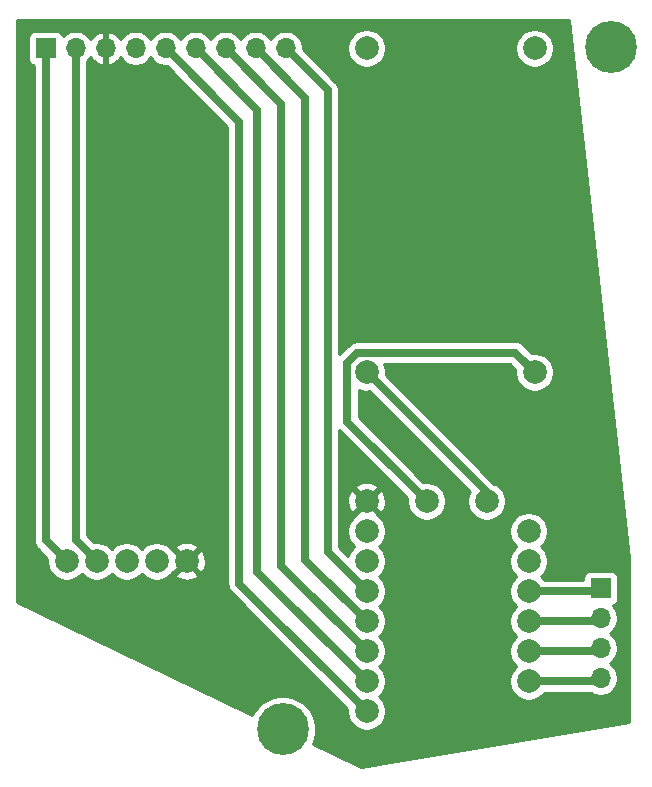
<source format=gbr>
G04 #@! TF.GenerationSoftware,KiCad,Pcbnew,(5.1.5)-3*
G04 #@! TF.CreationDate,2020-02-27T11:18:57-07:00*
G04 #@! TF.ProjectId,matildaboard,6d617469-6c64-4616-926f-6172642e6b69,rev?*
G04 #@! TF.SameCoordinates,Original*
G04 #@! TF.FileFunction,Copper,L1,Top*
G04 #@! TF.FilePolarity,Positive*
%FSLAX46Y46*%
G04 Gerber Fmt 4.6, Leading zero omitted, Abs format (unit mm)*
G04 Created by KiCad (PCBNEW (5.1.5)-3) date 2020-02-27 11:18:57*
%MOMM*%
%LPD*%
G04 APERTURE LIST*
%ADD10C,0.700000*%
%ADD11C,4.400000*%
%ADD12C,2.000000*%
%ADD13R,1.700000X1.700000*%
%ADD14O,1.700000X1.700000*%
%ADD15C,0.700000*%
%ADD16C,0.254000*%
G04 APERTURE END LIST*
D10*
X141882726Y-106021274D03*
X140716000Y-105538000D03*
X139549274Y-106021274D03*
X139066000Y-107188000D03*
X139549274Y-108354726D03*
X140716000Y-108838000D03*
X141882726Y-108354726D03*
X142366000Y-107188000D03*
D11*
X140716000Y-107188000D03*
D10*
X169695726Y-48236274D03*
X168529000Y-47753000D03*
X167362274Y-48236274D03*
X166879000Y-49403000D03*
X167362274Y-50569726D03*
X168529000Y-51053000D03*
X169695726Y-50569726D03*
X170179000Y-49403000D03*
D11*
X168529000Y-49403000D03*
D12*
X147828000Y-87884000D03*
X147828000Y-90424000D03*
X147828000Y-92964000D03*
X147828000Y-95504000D03*
X147828000Y-98044000D03*
X147828000Y-100584000D03*
X147828000Y-103124000D03*
X147828000Y-105664000D03*
X161544000Y-103124000D03*
X161544000Y-100584000D03*
X161544000Y-98044000D03*
X161544000Y-95504000D03*
X161544000Y-92964000D03*
X161544000Y-90424000D03*
X157988000Y-87884000D03*
X152908000Y-87884000D03*
D13*
X120650000Y-49530000D03*
D14*
X123190000Y-49530000D03*
X125730000Y-49530000D03*
X128270000Y-49530000D03*
X130810000Y-49530000D03*
X133350000Y-49530000D03*
X135890000Y-49530000D03*
X138430000Y-49530000D03*
X140970000Y-49530000D03*
D13*
X167640000Y-95250000D03*
D14*
X167640000Y-97790000D03*
X167640000Y-100330000D03*
X167640000Y-102870000D03*
D12*
X132588000Y-92964000D03*
X130048000Y-92964000D03*
X127508000Y-92964000D03*
X124968000Y-92964000D03*
X122428000Y-92964000D03*
X147828000Y-49530000D03*
X162052000Y-49530000D03*
X147828000Y-76962000D03*
X162052000Y-76962000D03*
D15*
X144526000Y-53086000D02*
X140970000Y-49530000D01*
X147828000Y-95504000D02*
X144526000Y-92202000D01*
X144526000Y-92202000D02*
X144526000Y-53086000D01*
X142621000Y-53721000D02*
X138430000Y-49530000D01*
X147828000Y-98044000D02*
X142621000Y-92837000D01*
X142621000Y-92837000D02*
X142621000Y-53721000D01*
X140589000Y-54229000D02*
X135890000Y-49530000D01*
X147828000Y-100584000D02*
X140589000Y-93345000D01*
X140589000Y-93345000D02*
X140589000Y-54229000D01*
X138557000Y-54737000D02*
X133350000Y-49530000D01*
X147828000Y-103124000D02*
X138557000Y-93853000D01*
X138557000Y-93853000D02*
X138557000Y-54737000D01*
X137033000Y-55753000D02*
X130810000Y-49530000D01*
X147828000Y-105664000D02*
X137033000Y-94869000D01*
X137033000Y-94869000D02*
X137033000Y-55753000D01*
X167386000Y-103124000D02*
X167640000Y-102870000D01*
X161544000Y-103124000D02*
X167386000Y-103124000D01*
X167386000Y-100584000D02*
X167640000Y-100330000D01*
X161544000Y-100584000D02*
X167386000Y-100584000D01*
X167386000Y-98044000D02*
X167640000Y-97790000D01*
X161544000Y-98044000D02*
X167386000Y-98044000D01*
X167386000Y-95504000D02*
X167640000Y-95250000D01*
X161544000Y-95504000D02*
X167386000Y-95504000D01*
X120650000Y-91186000D02*
X122428000Y-92964000D01*
X120650000Y-49530000D02*
X120650000Y-91186000D01*
X123190000Y-91186000D02*
X124968000Y-92964000D01*
X123190000Y-49530000D02*
X123190000Y-91186000D01*
X157988000Y-87122000D02*
X157988000Y-87884000D01*
X147828000Y-76962000D02*
X157988000Y-87122000D01*
X151908001Y-86884001D02*
X152908000Y-87884000D01*
X146177999Y-81153999D02*
X151908001Y-86884001D01*
X147035999Y-75311999D02*
X146177999Y-76169999D01*
X146177999Y-76169999D02*
X146177999Y-81153999D01*
X160401999Y-75311999D02*
X147035999Y-75311999D01*
X162052000Y-76962000D02*
X160401999Y-75311999D01*
D16*
G36*
X170053000Y-92717032D02*
G01*
X170053000Y-106572415D01*
X147338646Y-110358140D01*
X143276238Y-108415249D01*
X143442052Y-108014939D01*
X143551000Y-107467223D01*
X143551000Y-106908777D01*
X143442052Y-106361061D01*
X143228344Y-105845124D01*
X142918088Y-105380793D01*
X142523207Y-104985912D01*
X142058876Y-104675656D01*
X141542939Y-104461948D01*
X140995223Y-104353000D01*
X140436777Y-104353000D01*
X139889061Y-104461948D01*
X139373124Y-104675656D01*
X138908793Y-104985912D01*
X138513912Y-105380793D01*
X138203656Y-105845124D01*
X138153834Y-105965404D01*
X118237000Y-96439962D01*
X118237000Y-48680000D01*
X119161928Y-48680000D01*
X119161928Y-50380000D01*
X119174188Y-50504482D01*
X119210498Y-50624180D01*
X119269463Y-50734494D01*
X119348815Y-50831185D01*
X119445506Y-50910537D01*
X119555820Y-50969502D01*
X119665000Y-51002621D01*
X119665001Y-91137610D01*
X119660235Y-91186000D01*
X119679253Y-91379093D01*
X119735576Y-91564766D01*
X119735577Y-91564767D01*
X119827041Y-91735884D01*
X119950131Y-91885870D01*
X119987711Y-91916711D01*
X120806433Y-92735434D01*
X120793000Y-92802967D01*
X120793000Y-93125033D01*
X120855832Y-93440912D01*
X120979082Y-93738463D01*
X121158013Y-94006252D01*
X121385748Y-94233987D01*
X121653537Y-94412918D01*
X121951088Y-94536168D01*
X122266967Y-94599000D01*
X122589033Y-94599000D01*
X122904912Y-94536168D01*
X123202463Y-94412918D01*
X123470252Y-94233987D01*
X123697987Y-94006252D01*
X123698000Y-94006233D01*
X123698013Y-94006252D01*
X123925748Y-94233987D01*
X124193537Y-94412918D01*
X124491088Y-94536168D01*
X124806967Y-94599000D01*
X125129033Y-94599000D01*
X125444912Y-94536168D01*
X125742463Y-94412918D01*
X126010252Y-94233987D01*
X126237987Y-94006252D01*
X126238000Y-94006233D01*
X126238013Y-94006252D01*
X126465748Y-94233987D01*
X126733537Y-94412918D01*
X127031088Y-94536168D01*
X127346967Y-94599000D01*
X127669033Y-94599000D01*
X127984912Y-94536168D01*
X128282463Y-94412918D01*
X128550252Y-94233987D01*
X128777987Y-94006252D01*
X128778000Y-94006233D01*
X128778013Y-94006252D01*
X129005748Y-94233987D01*
X129273537Y-94412918D01*
X129571088Y-94536168D01*
X129886967Y-94599000D01*
X130209033Y-94599000D01*
X130524912Y-94536168D01*
X130822463Y-94412918D01*
X131090252Y-94233987D01*
X131224826Y-94099413D01*
X131632192Y-94099413D01*
X131727956Y-94363814D01*
X132017571Y-94504704D01*
X132329108Y-94586384D01*
X132650595Y-94605718D01*
X132969675Y-94561961D01*
X133274088Y-94456795D01*
X133448044Y-94363814D01*
X133543808Y-94099413D01*
X132588000Y-93143605D01*
X131632192Y-94099413D01*
X131224826Y-94099413D01*
X131317987Y-94006252D01*
X131390720Y-93897400D01*
X131452587Y-93919808D01*
X132408395Y-92964000D01*
X132767605Y-92964000D01*
X133723413Y-93919808D01*
X133987814Y-93824044D01*
X134128704Y-93534429D01*
X134210384Y-93222892D01*
X134229718Y-92901405D01*
X134185961Y-92582325D01*
X134080795Y-92277912D01*
X133987814Y-92103956D01*
X133723413Y-92008192D01*
X132767605Y-92964000D01*
X132408395Y-92964000D01*
X131452587Y-92008192D01*
X131390720Y-92030600D01*
X131317987Y-91921748D01*
X131224826Y-91828587D01*
X131632192Y-91828587D01*
X132588000Y-92784395D01*
X133543808Y-91828587D01*
X133448044Y-91564186D01*
X133158429Y-91423296D01*
X132846892Y-91341616D01*
X132525405Y-91322282D01*
X132206325Y-91366039D01*
X131901912Y-91471205D01*
X131727956Y-91564186D01*
X131632192Y-91828587D01*
X131224826Y-91828587D01*
X131090252Y-91694013D01*
X130822463Y-91515082D01*
X130524912Y-91391832D01*
X130209033Y-91329000D01*
X129886967Y-91329000D01*
X129571088Y-91391832D01*
X129273537Y-91515082D01*
X129005748Y-91694013D01*
X128778013Y-91921748D01*
X128778000Y-91921767D01*
X128777987Y-91921748D01*
X128550252Y-91694013D01*
X128282463Y-91515082D01*
X127984912Y-91391832D01*
X127669033Y-91329000D01*
X127346967Y-91329000D01*
X127031088Y-91391832D01*
X126733537Y-91515082D01*
X126465748Y-91694013D01*
X126238013Y-91921748D01*
X126238000Y-91921767D01*
X126237987Y-91921748D01*
X126010252Y-91694013D01*
X125742463Y-91515082D01*
X125444912Y-91391832D01*
X125129033Y-91329000D01*
X124806967Y-91329000D01*
X124739434Y-91342433D01*
X124175000Y-90778000D01*
X124175000Y-50645107D01*
X124343475Y-50476632D01*
X124465195Y-50294466D01*
X124534822Y-50411355D01*
X124729731Y-50627588D01*
X124963080Y-50801641D01*
X125225901Y-50926825D01*
X125373110Y-50971476D01*
X125603000Y-50850155D01*
X125603000Y-49657000D01*
X125583000Y-49657000D01*
X125583000Y-49403000D01*
X125603000Y-49403000D01*
X125603000Y-48209845D01*
X125857000Y-48209845D01*
X125857000Y-49403000D01*
X125877000Y-49403000D01*
X125877000Y-49657000D01*
X125857000Y-49657000D01*
X125857000Y-50850155D01*
X126086890Y-50971476D01*
X126234099Y-50926825D01*
X126496920Y-50801641D01*
X126730269Y-50627588D01*
X126925178Y-50411355D01*
X126994805Y-50294466D01*
X127116525Y-50476632D01*
X127323368Y-50683475D01*
X127566589Y-50845990D01*
X127836842Y-50957932D01*
X128123740Y-51015000D01*
X128416260Y-51015000D01*
X128703158Y-50957932D01*
X128973411Y-50845990D01*
X129216632Y-50683475D01*
X129423475Y-50476632D01*
X129540000Y-50302240D01*
X129656525Y-50476632D01*
X129863368Y-50683475D01*
X130106589Y-50845990D01*
X130376842Y-50957932D01*
X130663740Y-51015000D01*
X130902000Y-51015000D01*
X136048001Y-56161002D01*
X136048000Y-94820620D01*
X136043235Y-94869000D01*
X136048000Y-94917379D01*
X136062253Y-95062093D01*
X136118576Y-95247766D01*
X136210040Y-95418884D01*
X136333130Y-95568870D01*
X136370716Y-95599716D01*
X146206433Y-105435433D01*
X146193000Y-105502967D01*
X146193000Y-105825033D01*
X146255832Y-106140912D01*
X146379082Y-106438463D01*
X146558013Y-106706252D01*
X146785748Y-106933987D01*
X147053537Y-107112918D01*
X147351088Y-107236168D01*
X147666967Y-107299000D01*
X147989033Y-107299000D01*
X148304912Y-107236168D01*
X148602463Y-107112918D01*
X148870252Y-106933987D01*
X149097987Y-106706252D01*
X149276918Y-106438463D01*
X149400168Y-106140912D01*
X149463000Y-105825033D01*
X149463000Y-105502967D01*
X149400168Y-105187088D01*
X149276918Y-104889537D01*
X149097987Y-104621748D01*
X148870252Y-104394013D01*
X148870233Y-104394000D01*
X148870252Y-104393987D01*
X149097987Y-104166252D01*
X149276918Y-103898463D01*
X149400168Y-103600912D01*
X149463000Y-103285033D01*
X149463000Y-102962967D01*
X149400168Y-102647088D01*
X149276918Y-102349537D01*
X149097987Y-102081748D01*
X148870252Y-101854013D01*
X148870233Y-101854000D01*
X148870252Y-101853987D01*
X149097987Y-101626252D01*
X149276918Y-101358463D01*
X149400168Y-101060912D01*
X149463000Y-100745033D01*
X149463000Y-100422967D01*
X149400168Y-100107088D01*
X149276918Y-99809537D01*
X149097987Y-99541748D01*
X148870252Y-99314013D01*
X148870233Y-99314000D01*
X148870252Y-99313987D01*
X149097987Y-99086252D01*
X149276918Y-98818463D01*
X149400168Y-98520912D01*
X149463000Y-98205033D01*
X149463000Y-97882967D01*
X149400168Y-97567088D01*
X149276918Y-97269537D01*
X149097987Y-97001748D01*
X148870252Y-96774013D01*
X148870233Y-96774000D01*
X148870252Y-96773987D01*
X149097987Y-96546252D01*
X149276918Y-96278463D01*
X149400168Y-95980912D01*
X149463000Y-95665033D01*
X149463000Y-95342967D01*
X149400168Y-95027088D01*
X149276918Y-94729537D01*
X149097987Y-94461748D01*
X148870252Y-94234013D01*
X148870233Y-94234000D01*
X148870252Y-94233987D01*
X149097987Y-94006252D01*
X149276918Y-93738463D01*
X149400168Y-93440912D01*
X149463000Y-93125033D01*
X149463000Y-92802967D01*
X149400168Y-92487088D01*
X149276918Y-92189537D01*
X149097987Y-91921748D01*
X148870252Y-91694013D01*
X148870233Y-91694000D01*
X148870252Y-91693987D01*
X149097987Y-91466252D01*
X149276918Y-91198463D01*
X149400168Y-90900912D01*
X149463000Y-90585033D01*
X149463000Y-90262967D01*
X159909000Y-90262967D01*
X159909000Y-90585033D01*
X159971832Y-90900912D01*
X160095082Y-91198463D01*
X160274013Y-91466252D01*
X160501748Y-91693987D01*
X160501767Y-91694000D01*
X160501748Y-91694013D01*
X160274013Y-91921748D01*
X160095082Y-92189537D01*
X159971832Y-92487088D01*
X159909000Y-92802967D01*
X159909000Y-93125033D01*
X159971832Y-93440912D01*
X160095082Y-93738463D01*
X160274013Y-94006252D01*
X160501748Y-94233987D01*
X160501767Y-94234000D01*
X160501748Y-94234013D01*
X160274013Y-94461748D01*
X160095082Y-94729537D01*
X159971832Y-95027088D01*
X159909000Y-95342967D01*
X159909000Y-95665033D01*
X159971832Y-95980912D01*
X160095082Y-96278463D01*
X160274013Y-96546252D01*
X160501748Y-96773987D01*
X160501767Y-96774000D01*
X160501748Y-96774013D01*
X160274013Y-97001748D01*
X160095082Y-97269537D01*
X159971832Y-97567088D01*
X159909000Y-97882967D01*
X159909000Y-98205033D01*
X159971832Y-98520912D01*
X160095082Y-98818463D01*
X160274013Y-99086252D01*
X160501748Y-99313987D01*
X160501767Y-99314000D01*
X160501748Y-99314013D01*
X160274013Y-99541748D01*
X160095082Y-99809537D01*
X159971832Y-100107088D01*
X159909000Y-100422967D01*
X159909000Y-100745033D01*
X159971832Y-101060912D01*
X160095082Y-101358463D01*
X160274013Y-101626252D01*
X160501748Y-101853987D01*
X160501767Y-101854000D01*
X160501748Y-101854013D01*
X160274013Y-102081748D01*
X160095082Y-102349537D01*
X159971832Y-102647088D01*
X159909000Y-102962967D01*
X159909000Y-103285033D01*
X159971832Y-103600912D01*
X160095082Y-103898463D01*
X160274013Y-104166252D01*
X160501748Y-104393987D01*
X160769537Y-104572918D01*
X161067088Y-104696168D01*
X161382967Y-104759000D01*
X161705033Y-104759000D01*
X162020912Y-104696168D01*
X162318463Y-104572918D01*
X162586252Y-104393987D01*
X162813987Y-104166252D01*
X162852242Y-104109000D01*
X166821365Y-104109000D01*
X166936589Y-104185990D01*
X167206842Y-104297932D01*
X167493740Y-104355000D01*
X167786260Y-104355000D01*
X168073158Y-104297932D01*
X168343411Y-104185990D01*
X168586632Y-104023475D01*
X168793475Y-103816632D01*
X168955990Y-103573411D01*
X169067932Y-103303158D01*
X169125000Y-103016260D01*
X169125000Y-102723740D01*
X169067932Y-102436842D01*
X168955990Y-102166589D01*
X168793475Y-101923368D01*
X168586632Y-101716525D01*
X168412240Y-101600000D01*
X168586632Y-101483475D01*
X168793475Y-101276632D01*
X168955990Y-101033411D01*
X169067932Y-100763158D01*
X169125000Y-100476260D01*
X169125000Y-100183740D01*
X169067932Y-99896842D01*
X168955990Y-99626589D01*
X168793475Y-99383368D01*
X168586632Y-99176525D01*
X168412240Y-99060000D01*
X168586632Y-98943475D01*
X168793475Y-98736632D01*
X168955990Y-98493411D01*
X169067932Y-98223158D01*
X169125000Y-97936260D01*
X169125000Y-97643740D01*
X169067932Y-97356842D01*
X168955990Y-97086589D01*
X168793475Y-96843368D01*
X168661620Y-96711513D01*
X168734180Y-96689502D01*
X168844494Y-96630537D01*
X168941185Y-96551185D01*
X169020537Y-96454494D01*
X169079502Y-96344180D01*
X169115812Y-96224482D01*
X169128072Y-96100000D01*
X169128072Y-94400000D01*
X169115812Y-94275518D01*
X169079502Y-94155820D01*
X169020537Y-94045506D01*
X168941185Y-93948815D01*
X168844494Y-93869463D01*
X168734180Y-93810498D01*
X168614482Y-93774188D01*
X168490000Y-93761928D01*
X166790000Y-93761928D01*
X166665518Y-93774188D01*
X166545820Y-93810498D01*
X166435506Y-93869463D01*
X166338815Y-93948815D01*
X166259463Y-94045506D01*
X166200498Y-94155820D01*
X166164188Y-94275518D01*
X166151928Y-94400000D01*
X166151928Y-94519000D01*
X162852242Y-94519000D01*
X162813987Y-94461748D01*
X162586252Y-94234013D01*
X162586233Y-94234000D01*
X162586252Y-94233987D01*
X162813987Y-94006252D01*
X162992918Y-93738463D01*
X163116168Y-93440912D01*
X163179000Y-93125033D01*
X163179000Y-92802967D01*
X163116168Y-92487088D01*
X162992918Y-92189537D01*
X162813987Y-91921748D01*
X162586252Y-91694013D01*
X162586233Y-91694000D01*
X162586252Y-91693987D01*
X162813987Y-91466252D01*
X162992918Y-91198463D01*
X163116168Y-90900912D01*
X163179000Y-90585033D01*
X163179000Y-90262967D01*
X163116168Y-89947088D01*
X162992918Y-89649537D01*
X162813987Y-89381748D01*
X162586252Y-89154013D01*
X162318463Y-88975082D01*
X162020912Y-88851832D01*
X161705033Y-88789000D01*
X161382967Y-88789000D01*
X161067088Y-88851832D01*
X160769537Y-88975082D01*
X160501748Y-89154013D01*
X160274013Y-89381748D01*
X160095082Y-89649537D01*
X159971832Y-89947088D01*
X159909000Y-90262967D01*
X149463000Y-90262967D01*
X149400168Y-89947088D01*
X149276918Y-89649537D01*
X149097987Y-89381748D01*
X148870252Y-89154013D01*
X148761400Y-89081280D01*
X148783808Y-89019413D01*
X147828000Y-88063605D01*
X146872192Y-89019413D01*
X146894600Y-89081280D01*
X146785748Y-89154013D01*
X146558013Y-89381748D01*
X146379082Y-89649537D01*
X146255832Y-89947088D01*
X146193000Y-90262967D01*
X146193000Y-90585033D01*
X146255832Y-90900912D01*
X146379082Y-91198463D01*
X146558013Y-91466252D01*
X146785748Y-91693987D01*
X146785767Y-91694000D01*
X146785748Y-91694013D01*
X146558013Y-91921748D01*
X146379082Y-92189537D01*
X146255832Y-92487088D01*
X146247247Y-92530247D01*
X145511000Y-91794000D01*
X145511000Y-87946595D01*
X146186282Y-87946595D01*
X146230039Y-88265675D01*
X146335205Y-88570088D01*
X146428186Y-88744044D01*
X146692587Y-88839808D01*
X147648395Y-87884000D01*
X148007605Y-87884000D01*
X148963413Y-88839808D01*
X149227814Y-88744044D01*
X149368704Y-88454429D01*
X149450384Y-88142892D01*
X149469718Y-87821405D01*
X149425961Y-87502325D01*
X149320795Y-87197912D01*
X149227814Y-87023956D01*
X148963413Y-86928192D01*
X148007605Y-87884000D01*
X147648395Y-87884000D01*
X146692587Y-86928192D01*
X146428186Y-87023956D01*
X146287296Y-87313571D01*
X146205616Y-87625108D01*
X146186282Y-87946595D01*
X145511000Y-87946595D01*
X145511000Y-86748587D01*
X146872192Y-86748587D01*
X147828000Y-87704395D01*
X148783808Y-86748587D01*
X148688044Y-86484186D01*
X148398429Y-86343296D01*
X148086892Y-86261616D01*
X147765405Y-86242282D01*
X147446325Y-86286039D01*
X147141912Y-86391205D01*
X146967956Y-86484186D01*
X146872192Y-86748587D01*
X145511000Y-86748587D01*
X145511000Y-81880845D01*
X145515710Y-81884710D01*
X151245710Y-87614711D01*
X151245716Y-87614716D01*
X151286433Y-87655433D01*
X151273000Y-87722967D01*
X151273000Y-88045033D01*
X151335832Y-88360912D01*
X151459082Y-88658463D01*
X151638013Y-88926252D01*
X151865748Y-89153987D01*
X152133537Y-89332918D01*
X152431088Y-89456168D01*
X152746967Y-89519000D01*
X153069033Y-89519000D01*
X153384912Y-89456168D01*
X153682463Y-89332918D01*
X153950252Y-89153987D01*
X154177987Y-88926252D01*
X154356918Y-88658463D01*
X154480168Y-88360912D01*
X154543000Y-88045033D01*
X154543000Y-87722967D01*
X154480168Y-87407088D01*
X154356918Y-87109537D01*
X154177987Y-86841748D01*
X153950252Y-86614013D01*
X153682463Y-86435082D01*
X153384912Y-86311832D01*
X153069033Y-86249000D01*
X152746967Y-86249000D01*
X152679433Y-86262433D01*
X152638716Y-86221716D01*
X152638711Y-86221710D01*
X147162999Y-80745999D01*
X147162999Y-78456259D01*
X147351088Y-78534168D01*
X147666967Y-78597000D01*
X147989033Y-78597000D01*
X148056567Y-78583567D01*
X156556487Y-87083488D01*
X156539082Y-87109537D01*
X156415832Y-87407088D01*
X156353000Y-87722967D01*
X156353000Y-88045033D01*
X156415832Y-88360912D01*
X156539082Y-88658463D01*
X156718013Y-88926252D01*
X156945748Y-89153987D01*
X157213537Y-89332918D01*
X157511088Y-89456168D01*
X157826967Y-89519000D01*
X158149033Y-89519000D01*
X158464912Y-89456168D01*
X158762463Y-89332918D01*
X159030252Y-89153987D01*
X159257987Y-88926252D01*
X159436918Y-88658463D01*
X159560168Y-88360912D01*
X159623000Y-88045033D01*
X159623000Y-87722967D01*
X159560168Y-87407088D01*
X159436918Y-87109537D01*
X159257987Y-86841748D01*
X159030252Y-86614013D01*
X158762463Y-86435082D01*
X158645731Y-86386730D01*
X149449567Y-77190567D01*
X149463000Y-77123033D01*
X149463000Y-76800967D01*
X149400168Y-76485088D01*
X149322259Y-76296999D01*
X159993999Y-76296999D01*
X160430433Y-76733434D01*
X160417000Y-76800967D01*
X160417000Y-77123033D01*
X160479832Y-77438912D01*
X160603082Y-77736463D01*
X160782013Y-78004252D01*
X161009748Y-78231987D01*
X161277537Y-78410918D01*
X161575088Y-78534168D01*
X161890967Y-78597000D01*
X162213033Y-78597000D01*
X162528912Y-78534168D01*
X162826463Y-78410918D01*
X163094252Y-78231987D01*
X163321987Y-78004252D01*
X163500918Y-77736463D01*
X163624168Y-77438912D01*
X163687000Y-77123033D01*
X163687000Y-76800967D01*
X163624168Y-76485088D01*
X163500918Y-76187537D01*
X163321987Y-75919748D01*
X163094252Y-75692013D01*
X162826463Y-75513082D01*
X162528912Y-75389832D01*
X162213033Y-75327000D01*
X161890967Y-75327000D01*
X161823434Y-75340433D01*
X161132715Y-74649715D01*
X161101869Y-74612129D01*
X160951883Y-74489039D01*
X160780766Y-74397575D01*
X160595093Y-74341252D01*
X160450379Y-74326999D01*
X160401999Y-74322234D01*
X160353619Y-74326999D01*
X147084378Y-74326999D01*
X147035998Y-74322234D01*
X146842904Y-74341252D01*
X146799690Y-74354361D01*
X146657232Y-74397575D01*
X146486115Y-74489039D01*
X146336129Y-74612129D01*
X146305283Y-74649715D01*
X145515715Y-75439283D01*
X145511000Y-75443153D01*
X145511000Y-53134377D01*
X145515765Y-53085999D01*
X145509376Y-53021130D01*
X145496747Y-52892906D01*
X145440424Y-52707233D01*
X145348960Y-52536116D01*
X145225870Y-52386130D01*
X145188284Y-52355284D01*
X142455000Y-49622000D01*
X142455000Y-49383740D01*
X142452062Y-49368967D01*
X146193000Y-49368967D01*
X146193000Y-49691033D01*
X146255832Y-50006912D01*
X146379082Y-50304463D01*
X146558013Y-50572252D01*
X146785748Y-50799987D01*
X147053537Y-50978918D01*
X147351088Y-51102168D01*
X147666967Y-51165000D01*
X147989033Y-51165000D01*
X148304912Y-51102168D01*
X148602463Y-50978918D01*
X148870252Y-50799987D01*
X149097987Y-50572252D01*
X149276918Y-50304463D01*
X149400168Y-50006912D01*
X149463000Y-49691033D01*
X149463000Y-49368967D01*
X160417000Y-49368967D01*
X160417000Y-49691033D01*
X160479832Y-50006912D01*
X160603082Y-50304463D01*
X160782013Y-50572252D01*
X161009748Y-50799987D01*
X161277537Y-50978918D01*
X161575088Y-51102168D01*
X161890967Y-51165000D01*
X162213033Y-51165000D01*
X162528912Y-51102168D01*
X162826463Y-50978918D01*
X163094252Y-50799987D01*
X163321987Y-50572252D01*
X163500918Y-50304463D01*
X163624168Y-50006912D01*
X163687000Y-49691033D01*
X163687000Y-49368967D01*
X163624168Y-49053088D01*
X163500918Y-48755537D01*
X163321987Y-48487748D01*
X163094252Y-48260013D01*
X162826463Y-48081082D01*
X162528912Y-47957832D01*
X162213033Y-47895000D01*
X161890967Y-47895000D01*
X161575088Y-47957832D01*
X161277537Y-48081082D01*
X161009748Y-48260013D01*
X160782013Y-48487748D01*
X160603082Y-48755537D01*
X160479832Y-49053088D01*
X160417000Y-49368967D01*
X149463000Y-49368967D01*
X149400168Y-49053088D01*
X149276918Y-48755537D01*
X149097987Y-48487748D01*
X148870252Y-48260013D01*
X148602463Y-48081082D01*
X148304912Y-47957832D01*
X147989033Y-47895000D01*
X147666967Y-47895000D01*
X147351088Y-47957832D01*
X147053537Y-48081082D01*
X146785748Y-48260013D01*
X146558013Y-48487748D01*
X146379082Y-48755537D01*
X146255832Y-49053088D01*
X146193000Y-49368967D01*
X142452062Y-49368967D01*
X142397932Y-49096842D01*
X142285990Y-48826589D01*
X142123475Y-48583368D01*
X141916632Y-48376525D01*
X141673411Y-48214010D01*
X141403158Y-48102068D01*
X141116260Y-48045000D01*
X140823740Y-48045000D01*
X140536842Y-48102068D01*
X140266589Y-48214010D01*
X140023368Y-48376525D01*
X139816525Y-48583368D01*
X139700000Y-48757760D01*
X139583475Y-48583368D01*
X139376632Y-48376525D01*
X139133411Y-48214010D01*
X138863158Y-48102068D01*
X138576260Y-48045000D01*
X138283740Y-48045000D01*
X137996842Y-48102068D01*
X137726589Y-48214010D01*
X137483368Y-48376525D01*
X137276525Y-48583368D01*
X137160000Y-48757760D01*
X137043475Y-48583368D01*
X136836632Y-48376525D01*
X136593411Y-48214010D01*
X136323158Y-48102068D01*
X136036260Y-48045000D01*
X135743740Y-48045000D01*
X135456842Y-48102068D01*
X135186589Y-48214010D01*
X134943368Y-48376525D01*
X134736525Y-48583368D01*
X134620000Y-48757760D01*
X134503475Y-48583368D01*
X134296632Y-48376525D01*
X134053411Y-48214010D01*
X133783158Y-48102068D01*
X133496260Y-48045000D01*
X133203740Y-48045000D01*
X132916842Y-48102068D01*
X132646589Y-48214010D01*
X132403368Y-48376525D01*
X132196525Y-48583368D01*
X132080000Y-48757760D01*
X131963475Y-48583368D01*
X131756632Y-48376525D01*
X131513411Y-48214010D01*
X131243158Y-48102068D01*
X130956260Y-48045000D01*
X130663740Y-48045000D01*
X130376842Y-48102068D01*
X130106589Y-48214010D01*
X129863368Y-48376525D01*
X129656525Y-48583368D01*
X129540000Y-48757760D01*
X129423475Y-48583368D01*
X129216632Y-48376525D01*
X128973411Y-48214010D01*
X128703158Y-48102068D01*
X128416260Y-48045000D01*
X128123740Y-48045000D01*
X127836842Y-48102068D01*
X127566589Y-48214010D01*
X127323368Y-48376525D01*
X127116525Y-48583368D01*
X126994805Y-48765534D01*
X126925178Y-48648645D01*
X126730269Y-48432412D01*
X126496920Y-48258359D01*
X126234099Y-48133175D01*
X126086890Y-48088524D01*
X125857000Y-48209845D01*
X125603000Y-48209845D01*
X125373110Y-48088524D01*
X125225901Y-48133175D01*
X124963080Y-48258359D01*
X124729731Y-48432412D01*
X124534822Y-48648645D01*
X124465195Y-48765534D01*
X124343475Y-48583368D01*
X124136632Y-48376525D01*
X123893411Y-48214010D01*
X123623158Y-48102068D01*
X123336260Y-48045000D01*
X123043740Y-48045000D01*
X122756842Y-48102068D01*
X122486589Y-48214010D01*
X122243368Y-48376525D01*
X122111513Y-48508380D01*
X122089502Y-48435820D01*
X122030537Y-48325506D01*
X121951185Y-48228815D01*
X121854494Y-48149463D01*
X121744180Y-48090498D01*
X121624482Y-48054188D01*
X121500000Y-48041928D01*
X119800000Y-48041928D01*
X119675518Y-48054188D01*
X119555820Y-48090498D01*
X119445506Y-48149463D01*
X119348815Y-48228815D01*
X119269463Y-48325506D01*
X119210498Y-48435820D01*
X119174188Y-48555518D01*
X119161928Y-48680000D01*
X118237000Y-48680000D01*
X118237000Y-47117000D01*
X164986330Y-47117000D01*
X170053000Y-92717032D01*
G37*
X170053000Y-92717032D02*
X170053000Y-106572415D01*
X147338646Y-110358140D01*
X143276238Y-108415249D01*
X143442052Y-108014939D01*
X143551000Y-107467223D01*
X143551000Y-106908777D01*
X143442052Y-106361061D01*
X143228344Y-105845124D01*
X142918088Y-105380793D01*
X142523207Y-104985912D01*
X142058876Y-104675656D01*
X141542939Y-104461948D01*
X140995223Y-104353000D01*
X140436777Y-104353000D01*
X139889061Y-104461948D01*
X139373124Y-104675656D01*
X138908793Y-104985912D01*
X138513912Y-105380793D01*
X138203656Y-105845124D01*
X138153834Y-105965404D01*
X118237000Y-96439962D01*
X118237000Y-48680000D01*
X119161928Y-48680000D01*
X119161928Y-50380000D01*
X119174188Y-50504482D01*
X119210498Y-50624180D01*
X119269463Y-50734494D01*
X119348815Y-50831185D01*
X119445506Y-50910537D01*
X119555820Y-50969502D01*
X119665000Y-51002621D01*
X119665001Y-91137610D01*
X119660235Y-91186000D01*
X119679253Y-91379093D01*
X119735576Y-91564766D01*
X119735577Y-91564767D01*
X119827041Y-91735884D01*
X119950131Y-91885870D01*
X119987711Y-91916711D01*
X120806433Y-92735434D01*
X120793000Y-92802967D01*
X120793000Y-93125033D01*
X120855832Y-93440912D01*
X120979082Y-93738463D01*
X121158013Y-94006252D01*
X121385748Y-94233987D01*
X121653537Y-94412918D01*
X121951088Y-94536168D01*
X122266967Y-94599000D01*
X122589033Y-94599000D01*
X122904912Y-94536168D01*
X123202463Y-94412918D01*
X123470252Y-94233987D01*
X123697987Y-94006252D01*
X123698000Y-94006233D01*
X123698013Y-94006252D01*
X123925748Y-94233987D01*
X124193537Y-94412918D01*
X124491088Y-94536168D01*
X124806967Y-94599000D01*
X125129033Y-94599000D01*
X125444912Y-94536168D01*
X125742463Y-94412918D01*
X126010252Y-94233987D01*
X126237987Y-94006252D01*
X126238000Y-94006233D01*
X126238013Y-94006252D01*
X126465748Y-94233987D01*
X126733537Y-94412918D01*
X127031088Y-94536168D01*
X127346967Y-94599000D01*
X127669033Y-94599000D01*
X127984912Y-94536168D01*
X128282463Y-94412918D01*
X128550252Y-94233987D01*
X128777987Y-94006252D01*
X128778000Y-94006233D01*
X128778013Y-94006252D01*
X129005748Y-94233987D01*
X129273537Y-94412918D01*
X129571088Y-94536168D01*
X129886967Y-94599000D01*
X130209033Y-94599000D01*
X130524912Y-94536168D01*
X130822463Y-94412918D01*
X131090252Y-94233987D01*
X131224826Y-94099413D01*
X131632192Y-94099413D01*
X131727956Y-94363814D01*
X132017571Y-94504704D01*
X132329108Y-94586384D01*
X132650595Y-94605718D01*
X132969675Y-94561961D01*
X133274088Y-94456795D01*
X133448044Y-94363814D01*
X133543808Y-94099413D01*
X132588000Y-93143605D01*
X131632192Y-94099413D01*
X131224826Y-94099413D01*
X131317987Y-94006252D01*
X131390720Y-93897400D01*
X131452587Y-93919808D01*
X132408395Y-92964000D01*
X132767605Y-92964000D01*
X133723413Y-93919808D01*
X133987814Y-93824044D01*
X134128704Y-93534429D01*
X134210384Y-93222892D01*
X134229718Y-92901405D01*
X134185961Y-92582325D01*
X134080795Y-92277912D01*
X133987814Y-92103956D01*
X133723413Y-92008192D01*
X132767605Y-92964000D01*
X132408395Y-92964000D01*
X131452587Y-92008192D01*
X131390720Y-92030600D01*
X131317987Y-91921748D01*
X131224826Y-91828587D01*
X131632192Y-91828587D01*
X132588000Y-92784395D01*
X133543808Y-91828587D01*
X133448044Y-91564186D01*
X133158429Y-91423296D01*
X132846892Y-91341616D01*
X132525405Y-91322282D01*
X132206325Y-91366039D01*
X131901912Y-91471205D01*
X131727956Y-91564186D01*
X131632192Y-91828587D01*
X131224826Y-91828587D01*
X131090252Y-91694013D01*
X130822463Y-91515082D01*
X130524912Y-91391832D01*
X130209033Y-91329000D01*
X129886967Y-91329000D01*
X129571088Y-91391832D01*
X129273537Y-91515082D01*
X129005748Y-91694013D01*
X128778013Y-91921748D01*
X128778000Y-91921767D01*
X128777987Y-91921748D01*
X128550252Y-91694013D01*
X128282463Y-91515082D01*
X127984912Y-91391832D01*
X127669033Y-91329000D01*
X127346967Y-91329000D01*
X127031088Y-91391832D01*
X126733537Y-91515082D01*
X126465748Y-91694013D01*
X126238013Y-91921748D01*
X126238000Y-91921767D01*
X126237987Y-91921748D01*
X126010252Y-91694013D01*
X125742463Y-91515082D01*
X125444912Y-91391832D01*
X125129033Y-91329000D01*
X124806967Y-91329000D01*
X124739434Y-91342433D01*
X124175000Y-90778000D01*
X124175000Y-50645107D01*
X124343475Y-50476632D01*
X124465195Y-50294466D01*
X124534822Y-50411355D01*
X124729731Y-50627588D01*
X124963080Y-50801641D01*
X125225901Y-50926825D01*
X125373110Y-50971476D01*
X125603000Y-50850155D01*
X125603000Y-49657000D01*
X125583000Y-49657000D01*
X125583000Y-49403000D01*
X125603000Y-49403000D01*
X125603000Y-48209845D01*
X125857000Y-48209845D01*
X125857000Y-49403000D01*
X125877000Y-49403000D01*
X125877000Y-49657000D01*
X125857000Y-49657000D01*
X125857000Y-50850155D01*
X126086890Y-50971476D01*
X126234099Y-50926825D01*
X126496920Y-50801641D01*
X126730269Y-50627588D01*
X126925178Y-50411355D01*
X126994805Y-50294466D01*
X127116525Y-50476632D01*
X127323368Y-50683475D01*
X127566589Y-50845990D01*
X127836842Y-50957932D01*
X128123740Y-51015000D01*
X128416260Y-51015000D01*
X128703158Y-50957932D01*
X128973411Y-50845990D01*
X129216632Y-50683475D01*
X129423475Y-50476632D01*
X129540000Y-50302240D01*
X129656525Y-50476632D01*
X129863368Y-50683475D01*
X130106589Y-50845990D01*
X130376842Y-50957932D01*
X130663740Y-51015000D01*
X130902000Y-51015000D01*
X136048001Y-56161002D01*
X136048000Y-94820620D01*
X136043235Y-94869000D01*
X136048000Y-94917379D01*
X136062253Y-95062093D01*
X136118576Y-95247766D01*
X136210040Y-95418884D01*
X136333130Y-95568870D01*
X136370716Y-95599716D01*
X146206433Y-105435433D01*
X146193000Y-105502967D01*
X146193000Y-105825033D01*
X146255832Y-106140912D01*
X146379082Y-106438463D01*
X146558013Y-106706252D01*
X146785748Y-106933987D01*
X147053537Y-107112918D01*
X147351088Y-107236168D01*
X147666967Y-107299000D01*
X147989033Y-107299000D01*
X148304912Y-107236168D01*
X148602463Y-107112918D01*
X148870252Y-106933987D01*
X149097987Y-106706252D01*
X149276918Y-106438463D01*
X149400168Y-106140912D01*
X149463000Y-105825033D01*
X149463000Y-105502967D01*
X149400168Y-105187088D01*
X149276918Y-104889537D01*
X149097987Y-104621748D01*
X148870252Y-104394013D01*
X148870233Y-104394000D01*
X148870252Y-104393987D01*
X149097987Y-104166252D01*
X149276918Y-103898463D01*
X149400168Y-103600912D01*
X149463000Y-103285033D01*
X149463000Y-102962967D01*
X149400168Y-102647088D01*
X149276918Y-102349537D01*
X149097987Y-102081748D01*
X148870252Y-101854013D01*
X148870233Y-101854000D01*
X148870252Y-101853987D01*
X149097987Y-101626252D01*
X149276918Y-101358463D01*
X149400168Y-101060912D01*
X149463000Y-100745033D01*
X149463000Y-100422967D01*
X149400168Y-100107088D01*
X149276918Y-99809537D01*
X149097987Y-99541748D01*
X148870252Y-99314013D01*
X148870233Y-99314000D01*
X148870252Y-99313987D01*
X149097987Y-99086252D01*
X149276918Y-98818463D01*
X149400168Y-98520912D01*
X149463000Y-98205033D01*
X149463000Y-97882967D01*
X149400168Y-97567088D01*
X149276918Y-97269537D01*
X149097987Y-97001748D01*
X148870252Y-96774013D01*
X148870233Y-96774000D01*
X148870252Y-96773987D01*
X149097987Y-96546252D01*
X149276918Y-96278463D01*
X149400168Y-95980912D01*
X149463000Y-95665033D01*
X149463000Y-95342967D01*
X149400168Y-95027088D01*
X149276918Y-94729537D01*
X149097987Y-94461748D01*
X148870252Y-94234013D01*
X148870233Y-94234000D01*
X148870252Y-94233987D01*
X149097987Y-94006252D01*
X149276918Y-93738463D01*
X149400168Y-93440912D01*
X149463000Y-93125033D01*
X149463000Y-92802967D01*
X149400168Y-92487088D01*
X149276918Y-92189537D01*
X149097987Y-91921748D01*
X148870252Y-91694013D01*
X148870233Y-91694000D01*
X148870252Y-91693987D01*
X149097987Y-91466252D01*
X149276918Y-91198463D01*
X149400168Y-90900912D01*
X149463000Y-90585033D01*
X149463000Y-90262967D01*
X159909000Y-90262967D01*
X159909000Y-90585033D01*
X159971832Y-90900912D01*
X160095082Y-91198463D01*
X160274013Y-91466252D01*
X160501748Y-91693987D01*
X160501767Y-91694000D01*
X160501748Y-91694013D01*
X160274013Y-91921748D01*
X160095082Y-92189537D01*
X159971832Y-92487088D01*
X159909000Y-92802967D01*
X159909000Y-93125033D01*
X159971832Y-93440912D01*
X160095082Y-93738463D01*
X160274013Y-94006252D01*
X160501748Y-94233987D01*
X160501767Y-94234000D01*
X160501748Y-94234013D01*
X160274013Y-94461748D01*
X160095082Y-94729537D01*
X159971832Y-95027088D01*
X159909000Y-95342967D01*
X159909000Y-95665033D01*
X159971832Y-95980912D01*
X160095082Y-96278463D01*
X160274013Y-96546252D01*
X160501748Y-96773987D01*
X160501767Y-96774000D01*
X160501748Y-96774013D01*
X160274013Y-97001748D01*
X160095082Y-97269537D01*
X159971832Y-97567088D01*
X159909000Y-97882967D01*
X159909000Y-98205033D01*
X159971832Y-98520912D01*
X160095082Y-98818463D01*
X160274013Y-99086252D01*
X160501748Y-99313987D01*
X160501767Y-99314000D01*
X160501748Y-99314013D01*
X160274013Y-99541748D01*
X160095082Y-99809537D01*
X159971832Y-100107088D01*
X159909000Y-100422967D01*
X159909000Y-100745033D01*
X159971832Y-101060912D01*
X160095082Y-101358463D01*
X160274013Y-101626252D01*
X160501748Y-101853987D01*
X160501767Y-101854000D01*
X160501748Y-101854013D01*
X160274013Y-102081748D01*
X160095082Y-102349537D01*
X159971832Y-102647088D01*
X159909000Y-102962967D01*
X159909000Y-103285033D01*
X159971832Y-103600912D01*
X160095082Y-103898463D01*
X160274013Y-104166252D01*
X160501748Y-104393987D01*
X160769537Y-104572918D01*
X161067088Y-104696168D01*
X161382967Y-104759000D01*
X161705033Y-104759000D01*
X162020912Y-104696168D01*
X162318463Y-104572918D01*
X162586252Y-104393987D01*
X162813987Y-104166252D01*
X162852242Y-104109000D01*
X166821365Y-104109000D01*
X166936589Y-104185990D01*
X167206842Y-104297932D01*
X167493740Y-104355000D01*
X167786260Y-104355000D01*
X168073158Y-104297932D01*
X168343411Y-104185990D01*
X168586632Y-104023475D01*
X168793475Y-103816632D01*
X168955990Y-103573411D01*
X169067932Y-103303158D01*
X169125000Y-103016260D01*
X169125000Y-102723740D01*
X169067932Y-102436842D01*
X168955990Y-102166589D01*
X168793475Y-101923368D01*
X168586632Y-101716525D01*
X168412240Y-101600000D01*
X168586632Y-101483475D01*
X168793475Y-101276632D01*
X168955990Y-101033411D01*
X169067932Y-100763158D01*
X169125000Y-100476260D01*
X169125000Y-100183740D01*
X169067932Y-99896842D01*
X168955990Y-99626589D01*
X168793475Y-99383368D01*
X168586632Y-99176525D01*
X168412240Y-99060000D01*
X168586632Y-98943475D01*
X168793475Y-98736632D01*
X168955990Y-98493411D01*
X169067932Y-98223158D01*
X169125000Y-97936260D01*
X169125000Y-97643740D01*
X169067932Y-97356842D01*
X168955990Y-97086589D01*
X168793475Y-96843368D01*
X168661620Y-96711513D01*
X168734180Y-96689502D01*
X168844494Y-96630537D01*
X168941185Y-96551185D01*
X169020537Y-96454494D01*
X169079502Y-96344180D01*
X169115812Y-96224482D01*
X169128072Y-96100000D01*
X169128072Y-94400000D01*
X169115812Y-94275518D01*
X169079502Y-94155820D01*
X169020537Y-94045506D01*
X168941185Y-93948815D01*
X168844494Y-93869463D01*
X168734180Y-93810498D01*
X168614482Y-93774188D01*
X168490000Y-93761928D01*
X166790000Y-93761928D01*
X166665518Y-93774188D01*
X166545820Y-93810498D01*
X166435506Y-93869463D01*
X166338815Y-93948815D01*
X166259463Y-94045506D01*
X166200498Y-94155820D01*
X166164188Y-94275518D01*
X166151928Y-94400000D01*
X166151928Y-94519000D01*
X162852242Y-94519000D01*
X162813987Y-94461748D01*
X162586252Y-94234013D01*
X162586233Y-94234000D01*
X162586252Y-94233987D01*
X162813987Y-94006252D01*
X162992918Y-93738463D01*
X163116168Y-93440912D01*
X163179000Y-93125033D01*
X163179000Y-92802967D01*
X163116168Y-92487088D01*
X162992918Y-92189537D01*
X162813987Y-91921748D01*
X162586252Y-91694013D01*
X162586233Y-91694000D01*
X162586252Y-91693987D01*
X162813987Y-91466252D01*
X162992918Y-91198463D01*
X163116168Y-90900912D01*
X163179000Y-90585033D01*
X163179000Y-90262967D01*
X163116168Y-89947088D01*
X162992918Y-89649537D01*
X162813987Y-89381748D01*
X162586252Y-89154013D01*
X162318463Y-88975082D01*
X162020912Y-88851832D01*
X161705033Y-88789000D01*
X161382967Y-88789000D01*
X161067088Y-88851832D01*
X160769537Y-88975082D01*
X160501748Y-89154013D01*
X160274013Y-89381748D01*
X160095082Y-89649537D01*
X159971832Y-89947088D01*
X159909000Y-90262967D01*
X149463000Y-90262967D01*
X149400168Y-89947088D01*
X149276918Y-89649537D01*
X149097987Y-89381748D01*
X148870252Y-89154013D01*
X148761400Y-89081280D01*
X148783808Y-89019413D01*
X147828000Y-88063605D01*
X146872192Y-89019413D01*
X146894600Y-89081280D01*
X146785748Y-89154013D01*
X146558013Y-89381748D01*
X146379082Y-89649537D01*
X146255832Y-89947088D01*
X146193000Y-90262967D01*
X146193000Y-90585033D01*
X146255832Y-90900912D01*
X146379082Y-91198463D01*
X146558013Y-91466252D01*
X146785748Y-91693987D01*
X146785767Y-91694000D01*
X146785748Y-91694013D01*
X146558013Y-91921748D01*
X146379082Y-92189537D01*
X146255832Y-92487088D01*
X146247247Y-92530247D01*
X145511000Y-91794000D01*
X145511000Y-87946595D01*
X146186282Y-87946595D01*
X146230039Y-88265675D01*
X146335205Y-88570088D01*
X146428186Y-88744044D01*
X146692587Y-88839808D01*
X147648395Y-87884000D01*
X148007605Y-87884000D01*
X148963413Y-88839808D01*
X149227814Y-88744044D01*
X149368704Y-88454429D01*
X149450384Y-88142892D01*
X149469718Y-87821405D01*
X149425961Y-87502325D01*
X149320795Y-87197912D01*
X149227814Y-87023956D01*
X148963413Y-86928192D01*
X148007605Y-87884000D01*
X147648395Y-87884000D01*
X146692587Y-86928192D01*
X146428186Y-87023956D01*
X146287296Y-87313571D01*
X146205616Y-87625108D01*
X146186282Y-87946595D01*
X145511000Y-87946595D01*
X145511000Y-86748587D01*
X146872192Y-86748587D01*
X147828000Y-87704395D01*
X148783808Y-86748587D01*
X148688044Y-86484186D01*
X148398429Y-86343296D01*
X148086892Y-86261616D01*
X147765405Y-86242282D01*
X147446325Y-86286039D01*
X147141912Y-86391205D01*
X146967956Y-86484186D01*
X146872192Y-86748587D01*
X145511000Y-86748587D01*
X145511000Y-81880845D01*
X145515710Y-81884710D01*
X151245710Y-87614711D01*
X151245716Y-87614716D01*
X151286433Y-87655433D01*
X151273000Y-87722967D01*
X151273000Y-88045033D01*
X151335832Y-88360912D01*
X151459082Y-88658463D01*
X151638013Y-88926252D01*
X151865748Y-89153987D01*
X152133537Y-89332918D01*
X152431088Y-89456168D01*
X152746967Y-89519000D01*
X153069033Y-89519000D01*
X153384912Y-89456168D01*
X153682463Y-89332918D01*
X153950252Y-89153987D01*
X154177987Y-88926252D01*
X154356918Y-88658463D01*
X154480168Y-88360912D01*
X154543000Y-88045033D01*
X154543000Y-87722967D01*
X154480168Y-87407088D01*
X154356918Y-87109537D01*
X154177987Y-86841748D01*
X153950252Y-86614013D01*
X153682463Y-86435082D01*
X153384912Y-86311832D01*
X153069033Y-86249000D01*
X152746967Y-86249000D01*
X152679433Y-86262433D01*
X152638716Y-86221716D01*
X152638711Y-86221710D01*
X147162999Y-80745999D01*
X147162999Y-78456259D01*
X147351088Y-78534168D01*
X147666967Y-78597000D01*
X147989033Y-78597000D01*
X148056567Y-78583567D01*
X156556487Y-87083488D01*
X156539082Y-87109537D01*
X156415832Y-87407088D01*
X156353000Y-87722967D01*
X156353000Y-88045033D01*
X156415832Y-88360912D01*
X156539082Y-88658463D01*
X156718013Y-88926252D01*
X156945748Y-89153987D01*
X157213537Y-89332918D01*
X157511088Y-89456168D01*
X157826967Y-89519000D01*
X158149033Y-89519000D01*
X158464912Y-89456168D01*
X158762463Y-89332918D01*
X159030252Y-89153987D01*
X159257987Y-88926252D01*
X159436918Y-88658463D01*
X159560168Y-88360912D01*
X159623000Y-88045033D01*
X159623000Y-87722967D01*
X159560168Y-87407088D01*
X159436918Y-87109537D01*
X159257987Y-86841748D01*
X159030252Y-86614013D01*
X158762463Y-86435082D01*
X158645731Y-86386730D01*
X149449567Y-77190567D01*
X149463000Y-77123033D01*
X149463000Y-76800967D01*
X149400168Y-76485088D01*
X149322259Y-76296999D01*
X159993999Y-76296999D01*
X160430433Y-76733434D01*
X160417000Y-76800967D01*
X160417000Y-77123033D01*
X160479832Y-77438912D01*
X160603082Y-77736463D01*
X160782013Y-78004252D01*
X161009748Y-78231987D01*
X161277537Y-78410918D01*
X161575088Y-78534168D01*
X161890967Y-78597000D01*
X162213033Y-78597000D01*
X162528912Y-78534168D01*
X162826463Y-78410918D01*
X163094252Y-78231987D01*
X163321987Y-78004252D01*
X163500918Y-77736463D01*
X163624168Y-77438912D01*
X163687000Y-77123033D01*
X163687000Y-76800967D01*
X163624168Y-76485088D01*
X163500918Y-76187537D01*
X163321987Y-75919748D01*
X163094252Y-75692013D01*
X162826463Y-75513082D01*
X162528912Y-75389832D01*
X162213033Y-75327000D01*
X161890967Y-75327000D01*
X161823434Y-75340433D01*
X161132715Y-74649715D01*
X161101869Y-74612129D01*
X160951883Y-74489039D01*
X160780766Y-74397575D01*
X160595093Y-74341252D01*
X160450379Y-74326999D01*
X160401999Y-74322234D01*
X160353619Y-74326999D01*
X147084378Y-74326999D01*
X147035998Y-74322234D01*
X146842904Y-74341252D01*
X146799690Y-74354361D01*
X146657232Y-74397575D01*
X146486115Y-74489039D01*
X146336129Y-74612129D01*
X146305283Y-74649715D01*
X145515715Y-75439283D01*
X145511000Y-75443153D01*
X145511000Y-53134377D01*
X145515765Y-53085999D01*
X145509376Y-53021130D01*
X145496747Y-52892906D01*
X145440424Y-52707233D01*
X145348960Y-52536116D01*
X145225870Y-52386130D01*
X145188284Y-52355284D01*
X142455000Y-49622000D01*
X142455000Y-49383740D01*
X142452062Y-49368967D01*
X146193000Y-49368967D01*
X146193000Y-49691033D01*
X146255832Y-50006912D01*
X146379082Y-50304463D01*
X146558013Y-50572252D01*
X146785748Y-50799987D01*
X147053537Y-50978918D01*
X147351088Y-51102168D01*
X147666967Y-51165000D01*
X147989033Y-51165000D01*
X148304912Y-51102168D01*
X148602463Y-50978918D01*
X148870252Y-50799987D01*
X149097987Y-50572252D01*
X149276918Y-50304463D01*
X149400168Y-50006912D01*
X149463000Y-49691033D01*
X149463000Y-49368967D01*
X160417000Y-49368967D01*
X160417000Y-49691033D01*
X160479832Y-50006912D01*
X160603082Y-50304463D01*
X160782013Y-50572252D01*
X161009748Y-50799987D01*
X161277537Y-50978918D01*
X161575088Y-51102168D01*
X161890967Y-51165000D01*
X162213033Y-51165000D01*
X162528912Y-51102168D01*
X162826463Y-50978918D01*
X163094252Y-50799987D01*
X163321987Y-50572252D01*
X163500918Y-50304463D01*
X163624168Y-50006912D01*
X163687000Y-49691033D01*
X163687000Y-49368967D01*
X163624168Y-49053088D01*
X163500918Y-48755537D01*
X163321987Y-48487748D01*
X163094252Y-48260013D01*
X162826463Y-48081082D01*
X162528912Y-47957832D01*
X162213033Y-47895000D01*
X161890967Y-47895000D01*
X161575088Y-47957832D01*
X161277537Y-48081082D01*
X161009748Y-48260013D01*
X160782013Y-48487748D01*
X160603082Y-48755537D01*
X160479832Y-49053088D01*
X160417000Y-49368967D01*
X149463000Y-49368967D01*
X149400168Y-49053088D01*
X149276918Y-48755537D01*
X149097987Y-48487748D01*
X148870252Y-48260013D01*
X148602463Y-48081082D01*
X148304912Y-47957832D01*
X147989033Y-47895000D01*
X147666967Y-47895000D01*
X147351088Y-47957832D01*
X147053537Y-48081082D01*
X146785748Y-48260013D01*
X146558013Y-48487748D01*
X146379082Y-48755537D01*
X146255832Y-49053088D01*
X146193000Y-49368967D01*
X142452062Y-49368967D01*
X142397932Y-49096842D01*
X142285990Y-48826589D01*
X142123475Y-48583368D01*
X141916632Y-48376525D01*
X141673411Y-48214010D01*
X141403158Y-48102068D01*
X141116260Y-48045000D01*
X140823740Y-48045000D01*
X140536842Y-48102068D01*
X140266589Y-48214010D01*
X140023368Y-48376525D01*
X139816525Y-48583368D01*
X139700000Y-48757760D01*
X139583475Y-48583368D01*
X139376632Y-48376525D01*
X139133411Y-48214010D01*
X138863158Y-48102068D01*
X138576260Y-48045000D01*
X138283740Y-48045000D01*
X137996842Y-48102068D01*
X137726589Y-48214010D01*
X137483368Y-48376525D01*
X137276525Y-48583368D01*
X137160000Y-48757760D01*
X137043475Y-48583368D01*
X136836632Y-48376525D01*
X136593411Y-48214010D01*
X136323158Y-48102068D01*
X136036260Y-48045000D01*
X135743740Y-48045000D01*
X135456842Y-48102068D01*
X135186589Y-48214010D01*
X134943368Y-48376525D01*
X134736525Y-48583368D01*
X134620000Y-48757760D01*
X134503475Y-48583368D01*
X134296632Y-48376525D01*
X134053411Y-48214010D01*
X133783158Y-48102068D01*
X133496260Y-48045000D01*
X133203740Y-48045000D01*
X132916842Y-48102068D01*
X132646589Y-48214010D01*
X132403368Y-48376525D01*
X132196525Y-48583368D01*
X132080000Y-48757760D01*
X131963475Y-48583368D01*
X131756632Y-48376525D01*
X131513411Y-48214010D01*
X131243158Y-48102068D01*
X130956260Y-48045000D01*
X130663740Y-48045000D01*
X130376842Y-48102068D01*
X130106589Y-48214010D01*
X129863368Y-48376525D01*
X129656525Y-48583368D01*
X129540000Y-48757760D01*
X129423475Y-48583368D01*
X129216632Y-48376525D01*
X128973411Y-48214010D01*
X128703158Y-48102068D01*
X128416260Y-48045000D01*
X128123740Y-48045000D01*
X127836842Y-48102068D01*
X127566589Y-48214010D01*
X127323368Y-48376525D01*
X127116525Y-48583368D01*
X126994805Y-48765534D01*
X126925178Y-48648645D01*
X126730269Y-48432412D01*
X126496920Y-48258359D01*
X126234099Y-48133175D01*
X126086890Y-48088524D01*
X125857000Y-48209845D01*
X125603000Y-48209845D01*
X125373110Y-48088524D01*
X125225901Y-48133175D01*
X124963080Y-48258359D01*
X124729731Y-48432412D01*
X124534822Y-48648645D01*
X124465195Y-48765534D01*
X124343475Y-48583368D01*
X124136632Y-48376525D01*
X123893411Y-48214010D01*
X123623158Y-48102068D01*
X123336260Y-48045000D01*
X123043740Y-48045000D01*
X122756842Y-48102068D01*
X122486589Y-48214010D01*
X122243368Y-48376525D01*
X122111513Y-48508380D01*
X122089502Y-48435820D01*
X122030537Y-48325506D01*
X121951185Y-48228815D01*
X121854494Y-48149463D01*
X121744180Y-48090498D01*
X121624482Y-48054188D01*
X121500000Y-48041928D01*
X119800000Y-48041928D01*
X119675518Y-48054188D01*
X119555820Y-48090498D01*
X119445506Y-48149463D01*
X119348815Y-48228815D01*
X119269463Y-48325506D01*
X119210498Y-48435820D01*
X119174188Y-48555518D01*
X119161928Y-48680000D01*
X118237000Y-48680000D01*
X118237000Y-47117000D01*
X164986330Y-47117000D01*
X170053000Y-92717032D01*
M02*

</source>
